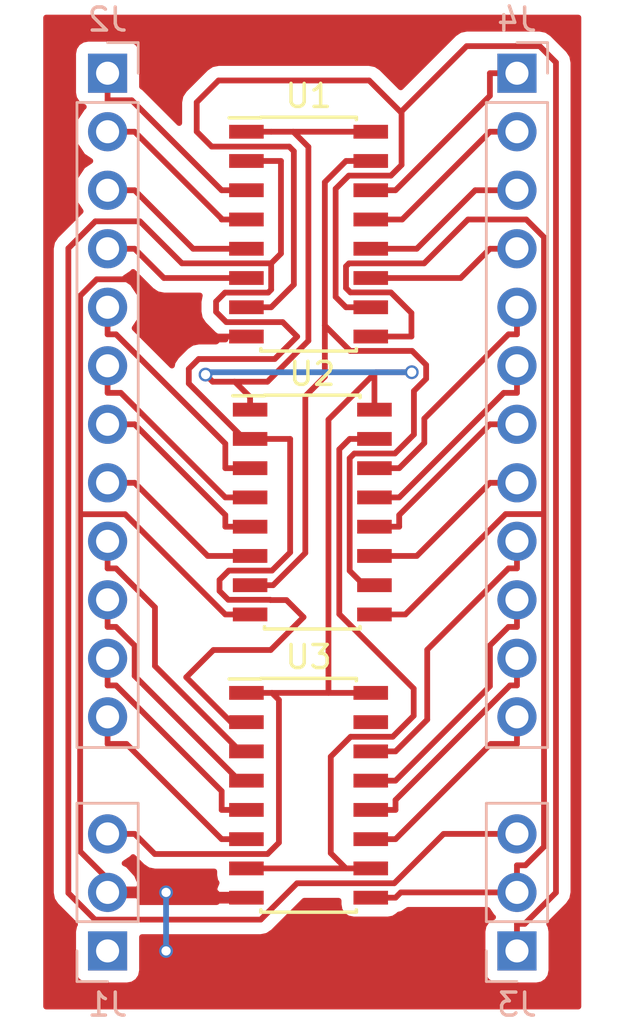
<source format=kicad_pcb>
(kicad_pcb (version 4) (host pcbnew 4.0.7)

  (general
    (links 45)
    (no_connects 0)
    (area 134.952381 70.355 162.22762 115.165)
    (thickness 1.6)
    (drawings 0)
    (tracks 284)
    (zones 0)
    (modules 7)
    (nets 34)
  )

  (page A4)
  (layers
    (0 F.Cu signal)
    (31 B.Cu signal)
    (32 B.Adhes user)
    (33 F.Adhes user)
    (34 B.Paste user)
    (35 F.Paste user)
    (36 B.SilkS user)
    (37 F.SilkS user)
    (38 B.Mask user)
    (39 F.Mask user)
    (40 Dwgs.User user)
    (41 Cmts.User user)
    (42 Eco1.User user)
    (43 Eco2.User user)
    (44 Edge.Cuts user)
    (45 Margin user)
    (46 B.CrtYd user)
    (47 F.CrtYd user)
    (48 B.Fab user)
    (49 F.Fab user)
  )

  (setup
    (last_trace_width 0.25)
    (trace_clearance 0.2)
    (zone_clearance 0.508)
    (zone_45_only no)
    (trace_min 0.2)
    (segment_width 0.2)
    (edge_width 0.15)
    (via_size 0.6)
    (via_drill 0.4)
    (via_min_size 0.4)
    (via_min_drill 0.3)
    (uvia_size 0.3)
    (uvia_drill 0.1)
    (uvias_allowed no)
    (uvia_min_size 0.2)
    (uvia_min_drill 0.1)
    (pcb_text_width 0.3)
    (pcb_text_size 1.5 1.5)
    (mod_edge_width 0.15)
    (mod_text_size 1 1)
    (mod_text_width 0.15)
    (pad_size 1.524 1.524)
    (pad_drill 0.762)
    (pad_to_mask_clearance 0.2)
    (aux_axis_origin 0 0)
    (visible_elements FFFFFF7F)
    (pcbplotparams
      (layerselection 0x00000_80000001)
      (usegerberextensions false)
      (excludeedgelayer true)
      (linewidth 0.100000)
      (plotframeref false)
      (viasonmask false)
      (mode 1)
      (useauxorigin false)
      (hpglpennumber 1)
      (hpglpenspeed 20)
      (hpglpendiameter 15)
      (hpglpenoverlay 2)
      (psnegative false)
      (psa4output false)
      (plotreference true)
      (plotvalue true)
      (plotinvisibletext false)
      (padsonsilk false)
      (subtractmaskfromsilk false)
      (outputformat 4)
      (mirror false)
      (drillshape 0)
      (scaleselection 1)
      (outputdirectory ""))
  )

  (net 0 "")
  (net 1 /Clock)
  (net 2 GND)
  (net 3 VCC)
  (net 4 "Net-(J2-Pad1)")
  (net 5 "Net-(J2-Pad2)")
  (net 6 "Net-(J2-Pad3)")
  (net 7 "Net-(J2-Pad4)")
  (net 8 "Net-(J2-Pad5)")
  (net 9 "Net-(J2-Pad6)")
  (net 10 "Net-(J2-Pad7)")
  (net 11 "Net-(J2-Pad8)")
  (net 12 "Net-(J2-Pad9)")
  (net 13 "Net-(J2-Pad10)")
  (net 14 "Net-(J2-Pad11)")
  (net 15 "Net-(J2-Pad12)")
  (net 16 /Count)
  (net 17 /PE)
  (net 18 "Net-(J4-Pad1)")
  (net 19 "Net-(J4-Pad2)")
  (net 20 "Net-(J4-Pad3)")
  (net 21 "Net-(J4-Pad4)")
  (net 22 "Net-(J4-Pad5)")
  (net 23 "Net-(J4-Pad6)")
  (net 24 "Net-(J4-Pad7)")
  (net 25 "Net-(J4-Pad8)")
  (net 26 "Net-(J4-Pad9)")
  (net 27 "Net-(J4-Pad10)")
  (net 28 "Net-(J4-Pad11)")
  (net 29 "Net-(J4-Pad12)")
  (net 30 /C0)
  (net 31 /C1)
  (net 32 "Net-(U3-Pad15)")
  (net 33 "Net-(J1-Pad1)")

  (net_class Default "This is the default net class."
    (clearance 0.2)
    (trace_width 0.25)
    (via_dia 0.6)
    (via_drill 0.4)
    (uvia_dia 0.3)
    (uvia_drill 0.1)
    (add_net /C0)
    (add_net /C1)
    (add_net /Clock)
    (add_net /Count)
    (add_net /PE)
    (add_net GND)
    (add_net "Net-(J1-Pad1)")
    (add_net "Net-(J2-Pad1)")
    (add_net "Net-(J2-Pad10)")
    (add_net "Net-(J2-Pad11)")
    (add_net "Net-(J2-Pad12)")
    (add_net "Net-(J2-Pad2)")
    (add_net "Net-(J2-Pad3)")
    (add_net "Net-(J2-Pad4)")
    (add_net "Net-(J2-Pad5)")
    (add_net "Net-(J2-Pad6)")
    (add_net "Net-(J2-Pad7)")
    (add_net "Net-(J2-Pad8)")
    (add_net "Net-(J2-Pad9)")
    (add_net "Net-(J4-Pad1)")
    (add_net "Net-(J4-Pad10)")
    (add_net "Net-(J4-Pad11)")
    (add_net "Net-(J4-Pad12)")
    (add_net "Net-(J4-Pad2)")
    (add_net "Net-(J4-Pad3)")
    (add_net "Net-(J4-Pad4)")
    (add_net "Net-(J4-Pad5)")
    (add_net "Net-(J4-Pad6)")
    (add_net "Net-(J4-Pad7)")
    (add_net "Net-(J4-Pad8)")
    (add_net "Net-(J4-Pad9)")
    (add_net "Net-(U3-Pad15)")
    (add_net VCC)
  )

  (module Pin_Headers:Pin_Header_Straight_1x03_Pitch2.54mm (layer B.Cu) (tedit 59650532) (tstamp 5AA1AE0D)
    (at 139.7 111.76)
    (descr "Through hole straight pin header, 1x03, 2.54mm pitch, single row")
    (tags "Through hole pin header THT 1x03 2.54mm single row")
    (path /5AA191ED)
    (fp_text reference J1 (at 0 2.33) (layer B.SilkS)
      (effects (font (size 1 1) (thickness 0.15)) (justify mirror))
    )
    (fp_text value Conn_01x03 (at 0 -7.41) (layer B.Fab)
      (effects (font (size 1 1) (thickness 0.15)) (justify mirror))
    )
    (fp_line (start -0.635 1.27) (end 1.27 1.27) (layer B.Fab) (width 0.1))
    (fp_line (start 1.27 1.27) (end 1.27 -6.35) (layer B.Fab) (width 0.1))
    (fp_line (start 1.27 -6.35) (end -1.27 -6.35) (layer B.Fab) (width 0.1))
    (fp_line (start -1.27 -6.35) (end -1.27 0.635) (layer B.Fab) (width 0.1))
    (fp_line (start -1.27 0.635) (end -0.635 1.27) (layer B.Fab) (width 0.1))
    (fp_line (start -1.33 -6.41) (end 1.33 -6.41) (layer B.SilkS) (width 0.12))
    (fp_line (start -1.33 -1.27) (end -1.33 -6.41) (layer B.SilkS) (width 0.12))
    (fp_line (start 1.33 -1.27) (end 1.33 -6.41) (layer B.SilkS) (width 0.12))
    (fp_line (start -1.33 -1.27) (end 1.33 -1.27) (layer B.SilkS) (width 0.12))
    (fp_line (start -1.33 0) (end -1.33 1.33) (layer B.SilkS) (width 0.12))
    (fp_line (start -1.33 1.33) (end 0 1.33) (layer B.SilkS) (width 0.12))
    (fp_line (start -1.8 1.8) (end -1.8 -6.85) (layer B.CrtYd) (width 0.05))
    (fp_line (start -1.8 -6.85) (end 1.8 -6.85) (layer B.CrtYd) (width 0.05))
    (fp_line (start 1.8 -6.85) (end 1.8 1.8) (layer B.CrtYd) (width 0.05))
    (fp_line (start 1.8 1.8) (end -1.8 1.8) (layer B.CrtYd) (width 0.05))
    (fp_text user %R (at 0 -2.54 270) (layer B.Fab)
      (effects (font (size 1 1) (thickness 0.15)) (justify mirror))
    )
    (pad 1 thru_hole rect (at 0 0) (size 1.7 1.7) (drill 1) (layers *.Cu *.Mask)
      (net 33 "Net-(J1-Pad1)"))
    (pad 2 thru_hole oval (at 0 -2.54) (size 1.7 1.7) (drill 1) (layers *.Cu *.Mask)
      (net 2 GND))
    (pad 3 thru_hole oval (at 0 -5.08) (size 1.7 1.7) (drill 1) (layers *.Cu *.Mask)
      (net 3 VCC))
    (model ${KISYS3DMOD}/Pin_Headers.3dshapes/Pin_Header_Straight_1x03_Pitch2.54mm.wrl
      (at (xyz 0 0 0))
      (scale (xyz 1 1 1))
      (rotate (xyz 0 0 0))
    )
  )

  (module Pin_Headers:Pin_Header_Straight_1x12_Pitch2.54mm (layer B.Cu) (tedit 59650532) (tstamp 5AA1AE1D)
    (at 139.7 73.66 180)
    (descr "Through hole straight pin header, 1x12, 2.54mm pitch, single row")
    (tags "Through hole pin header THT 1x12 2.54mm single row")
    (path /5AA16970)
    (fp_text reference J2 (at 0 2.33 180) (layer B.SilkS)
      (effects (font (size 1 1) (thickness 0.15)) (justify mirror))
    )
    (fp_text value Conn_01x12 (at 0 -30.27 180) (layer B.Fab)
      (effects (font (size 1 1) (thickness 0.15)) (justify mirror))
    )
    (fp_line (start -0.635 1.27) (end 1.27 1.27) (layer B.Fab) (width 0.1))
    (fp_line (start 1.27 1.27) (end 1.27 -29.21) (layer B.Fab) (width 0.1))
    (fp_line (start 1.27 -29.21) (end -1.27 -29.21) (layer B.Fab) (width 0.1))
    (fp_line (start -1.27 -29.21) (end -1.27 0.635) (layer B.Fab) (width 0.1))
    (fp_line (start -1.27 0.635) (end -0.635 1.27) (layer B.Fab) (width 0.1))
    (fp_line (start -1.33 -29.27) (end 1.33 -29.27) (layer B.SilkS) (width 0.12))
    (fp_line (start -1.33 -1.27) (end -1.33 -29.27) (layer B.SilkS) (width 0.12))
    (fp_line (start 1.33 -1.27) (end 1.33 -29.27) (layer B.SilkS) (width 0.12))
    (fp_line (start -1.33 -1.27) (end 1.33 -1.27) (layer B.SilkS) (width 0.12))
    (fp_line (start -1.33 0) (end -1.33 1.33) (layer B.SilkS) (width 0.12))
    (fp_line (start -1.33 1.33) (end 0 1.33) (layer B.SilkS) (width 0.12))
    (fp_line (start -1.8 1.8) (end -1.8 -29.75) (layer B.CrtYd) (width 0.05))
    (fp_line (start -1.8 -29.75) (end 1.8 -29.75) (layer B.CrtYd) (width 0.05))
    (fp_line (start 1.8 -29.75) (end 1.8 1.8) (layer B.CrtYd) (width 0.05))
    (fp_line (start 1.8 1.8) (end -1.8 1.8) (layer B.CrtYd) (width 0.05))
    (fp_text user %R (at 0 -13.97 450) (layer B.Fab)
      (effects (font (size 1 1) (thickness 0.15)) (justify mirror))
    )
    (pad 1 thru_hole rect (at 0 0 180) (size 1.7 1.7) (drill 1) (layers *.Cu *.Mask)
      (net 4 "Net-(J2-Pad1)"))
    (pad 2 thru_hole oval (at 0 -2.54 180) (size 1.7 1.7) (drill 1) (layers *.Cu *.Mask)
      (net 5 "Net-(J2-Pad2)"))
    (pad 3 thru_hole oval (at 0 -5.08 180) (size 1.7 1.7) (drill 1) (layers *.Cu *.Mask)
      (net 6 "Net-(J2-Pad3)"))
    (pad 4 thru_hole oval (at 0 -7.62 180) (size 1.7 1.7) (drill 1) (layers *.Cu *.Mask)
      (net 7 "Net-(J2-Pad4)"))
    (pad 5 thru_hole oval (at 0 -10.16 180) (size 1.7 1.7) (drill 1) (layers *.Cu *.Mask)
      (net 8 "Net-(J2-Pad5)"))
    (pad 6 thru_hole oval (at 0 -12.7 180) (size 1.7 1.7) (drill 1) (layers *.Cu *.Mask)
      (net 9 "Net-(J2-Pad6)"))
    (pad 7 thru_hole oval (at 0 -15.24 180) (size 1.7 1.7) (drill 1) (layers *.Cu *.Mask)
      (net 10 "Net-(J2-Pad7)"))
    (pad 8 thru_hole oval (at 0 -17.78 180) (size 1.7 1.7) (drill 1) (layers *.Cu *.Mask)
      (net 11 "Net-(J2-Pad8)"))
    (pad 9 thru_hole oval (at 0 -20.32 180) (size 1.7 1.7) (drill 1) (layers *.Cu *.Mask)
      (net 12 "Net-(J2-Pad9)"))
    (pad 10 thru_hole oval (at 0 -22.86 180) (size 1.7 1.7) (drill 1) (layers *.Cu *.Mask)
      (net 13 "Net-(J2-Pad10)"))
    (pad 11 thru_hole oval (at 0 -25.4 180) (size 1.7 1.7) (drill 1) (layers *.Cu *.Mask)
      (net 14 "Net-(J2-Pad11)"))
    (pad 12 thru_hole oval (at 0 -27.94 180) (size 1.7 1.7) (drill 1) (layers *.Cu *.Mask)
      (net 15 "Net-(J2-Pad12)"))
    (model ${KISYS3DMOD}/Pin_Headers.3dshapes/Pin_Header_Straight_1x12_Pitch2.54mm.wrl
      (at (xyz 0 0 0))
      (scale (xyz 1 1 1))
      (rotate (xyz 0 0 0))
    )
  )

  (module Pin_Headers:Pin_Header_Straight_1x03_Pitch2.54mm (layer B.Cu) (tedit 59650532) (tstamp 5AA1AE24)
    (at 157.48 111.76)
    (descr "Through hole straight pin header, 1x03, 2.54mm pitch, single row")
    (tags "Through hole pin header THT 1x03 2.54mm single row")
    (path /5AA19165)
    (fp_text reference J3 (at 0 2.33) (layer B.SilkS)
      (effects (font (size 1 1) (thickness 0.15)) (justify mirror))
    )
    (fp_text value Conn_01x03 (at 0 -7.41) (layer B.Fab)
      (effects (font (size 1 1) (thickness 0.15)) (justify mirror))
    )
    (fp_line (start -0.635 1.27) (end 1.27 1.27) (layer B.Fab) (width 0.1))
    (fp_line (start 1.27 1.27) (end 1.27 -6.35) (layer B.Fab) (width 0.1))
    (fp_line (start 1.27 -6.35) (end -1.27 -6.35) (layer B.Fab) (width 0.1))
    (fp_line (start -1.27 -6.35) (end -1.27 0.635) (layer B.Fab) (width 0.1))
    (fp_line (start -1.27 0.635) (end -0.635 1.27) (layer B.Fab) (width 0.1))
    (fp_line (start -1.33 -6.41) (end 1.33 -6.41) (layer B.SilkS) (width 0.12))
    (fp_line (start -1.33 -1.27) (end -1.33 -6.41) (layer B.SilkS) (width 0.12))
    (fp_line (start 1.33 -1.27) (end 1.33 -6.41) (layer B.SilkS) (width 0.12))
    (fp_line (start -1.33 -1.27) (end 1.33 -1.27) (layer B.SilkS) (width 0.12))
    (fp_line (start -1.33 0) (end -1.33 1.33) (layer B.SilkS) (width 0.12))
    (fp_line (start -1.33 1.33) (end 0 1.33) (layer B.SilkS) (width 0.12))
    (fp_line (start -1.8 1.8) (end -1.8 -6.85) (layer B.CrtYd) (width 0.05))
    (fp_line (start -1.8 -6.85) (end 1.8 -6.85) (layer B.CrtYd) (width 0.05))
    (fp_line (start 1.8 -6.85) (end 1.8 1.8) (layer B.CrtYd) (width 0.05))
    (fp_line (start 1.8 1.8) (end -1.8 1.8) (layer B.CrtYd) (width 0.05))
    (fp_text user %R (at 0 -2.54 270) (layer B.Fab)
      (effects (font (size 1 1) (thickness 0.15)) (justify mirror))
    )
    (pad 1 thru_hole rect (at 0 0) (size 1.7 1.7) (drill 1) (layers *.Cu *.Mask)
      (net 16 /Count))
    (pad 2 thru_hole oval (at 0 -2.54) (size 1.7 1.7) (drill 1) (layers *.Cu *.Mask)
      (net 17 /PE))
    (pad 3 thru_hole oval (at 0 -5.08) (size 1.7 1.7) (drill 1) (layers *.Cu *.Mask)
      (net 1 /Clock))
    (model ${KISYS3DMOD}/Pin_Headers.3dshapes/Pin_Header_Straight_1x03_Pitch2.54mm.wrl
      (at (xyz 0 0 0))
      (scale (xyz 1 1 1))
      (rotate (xyz 0 0 0))
    )
  )

  (module Pin_Headers:Pin_Header_Straight_1x12_Pitch2.54mm (layer B.Cu) (tedit 59650532) (tstamp 5AA1AE34)
    (at 157.48 73.66 180)
    (descr "Through hole straight pin header, 1x12, 2.54mm pitch, single row")
    (tags "Through hole pin header THT 1x12 2.54mm single row")
    (path /5AA169ED)
    (fp_text reference J4 (at 0 2.33 180) (layer B.SilkS)
      (effects (font (size 1 1) (thickness 0.15)) (justify mirror))
    )
    (fp_text value Conn_01x12 (at 0 -30.27 180) (layer B.Fab)
      (effects (font (size 1 1) (thickness 0.15)) (justify mirror))
    )
    (fp_line (start -0.635 1.27) (end 1.27 1.27) (layer B.Fab) (width 0.1))
    (fp_line (start 1.27 1.27) (end 1.27 -29.21) (layer B.Fab) (width 0.1))
    (fp_line (start 1.27 -29.21) (end -1.27 -29.21) (layer B.Fab) (width 0.1))
    (fp_line (start -1.27 -29.21) (end -1.27 0.635) (layer B.Fab) (width 0.1))
    (fp_line (start -1.27 0.635) (end -0.635 1.27) (layer B.Fab) (width 0.1))
    (fp_line (start -1.33 -29.27) (end 1.33 -29.27) (layer B.SilkS) (width 0.12))
    (fp_line (start -1.33 -1.27) (end -1.33 -29.27) (layer B.SilkS) (width 0.12))
    (fp_line (start 1.33 -1.27) (end 1.33 -29.27) (layer B.SilkS) (width 0.12))
    (fp_line (start -1.33 -1.27) (end 1.33 -1.27) (layer B.SilkS) (width 0.12))
    (fp_line (start -1.33 0) (end -1.33 1.33) (layer B.SilkS) (width 0.12))
    (fp_line (start -1.33 1.33) (end 0 1.33) (layer B.SilkS) (width 0.12))
    (fp_line (start -1.8 1.8) (end -1.8 -29.75) (layer B.CrtYd) (width 0.05))
    (fp_line (start -1.8 -29.75) (end 1.8 -29.75) (layer B.CrtYd) (width 0.05))
    (fp_line (start 1.8 -29.75) (end 1.8 1.8) (layer B.CrtYd) (width 0.05))
    (fp_line (start 1.8 1.8) (end -1.8 1.8) (layer B.CrtYd) (width 0.05))
    (fp_text user %R (at 0 -13.97 450) (layer B.Fab)
      (effects (font (size 1 1) (thickness 0.15)) (justify mirror))
    )
    (pad 1 thru_hole rect (at 0 0 180) (size 1.7 1.7) (drill 1) (layers *.Cu *.Mask)
      (net 18 "Net-(J4-Pad1)"))
    (pad 2 thru_hole oval (at 0 -2.54 180) (size 1.7 1.7) (drill 1) (layers *.Cu *.Mask)
      (net 19 "Net-(J4-Pad2)"))
    (pad 3 thru_hole oval (at 0 -5.08 180) (size 1.7 1.7) (drill 1) (layers *.Cu *.Mask)
      (net 20 "Net-(J4-Pad3)"))
    (pad 4 thru_hole oval (at 0 -7.62 180) (size 1.7 1.7) (drill 1) (layers *.Cu *.Mask)
      (net 21 "Net-(J4-Pad4)"))
    (pad 5 thru_hole oval (at 0 -10.16 180) (size 1.7 1.7) (drill 1) (layers *.Cu *.Mask)
      (net 22 "Net-(J4-Pad5)"))
    (pad 6 thru_hole oval (at 0 -12.7 180) (size 1.7 1.7) (drill 1) (layers *.Cu *.Mask)
      (net 23 "Net-(J4-Pad6)"))
    (pad 7 thru_hole oval (at 0 -15.24 180) (size 1.7 1.7) (drill 1) (layers *.Cu *.Mask)
      (net 24 "Net-(J4-Pad7)"))
    (pad 8 thru_hole oval (at 0 -17.78 180) (size 1.7 1.7) (drill 1) (layers *.Cu *.Mask)
      (net 25 "Net-(J4-Pad8)"))
    (pad 9 thru_hole oval (at 0 -20.32 180) (size 1.7 1.7) (drill 1) (layers *.Cu *.Mask)
      (net 26 "Net-(J4-Pad9)"))
    (pad 10 thru_hole oval (at 0 -22.86 180) (size 1.7 1.7) (drill 1) (layers *.Cu *.Mask)
      (net 27 "Net-(J4-Pad10)"))
    (pad 11 thru_hole oval (at 0 -25.4 180) (size 1.7 1.7) (drill 1) (layers *.Cu *.Mask)
      (net 28 "Net-(J4-Pad11)"))
    (pad 12 thru_hole oval (at 0 -27.94 180) (size 1.7 1.7) (drill 1) (layers *.Cu *.Mask)
      (net 29 "Net-(J4-Pad12)"))
    (model ${KISYS3DMOD}/Pin_Headers.3dshapes/Pin_Header_Straight_1x12_Pitch2.54mm.wrl
      (at (xyz 0 0 0))
      (scale (xyz 1 1 1))
      (rotate (xyz 0 0 0))
    )
  )

  (module Housings_SOIC:SOIC-16_3.9x9.9mm_Pitch1.27mm (layer F.Cu) (tedit 58CC8F64) (tstamp 5AA1AE48)
    (at 148.43 80.645)
    (descr "16-Lead Plastic Small Outline (SL) - Narrow, 3.90 mm Body [SOIC] (see Microchip Packaging Specification 00000049BS.pdf)")
    (tags "SOIC 1.27")
    (path /5AA16657)
    (attr smd)
    (fp_text reference U1 (at 0 -6) (layer F.SilkS)
      (effects (font (size 1 1) (thickness 0.15)))
    )
    (fp_text value 74LS161 (at 0 6) (layer F.Fab)
      (effects (font (size 1 1) (thickness 0.15)))
    )
    (fp_text user %R (at 0 0) (layer F.Fab)
      (effects (font (size 0.9 0.9) (thickness 0.135)))
    )
    (fp_line (start -0.95 -4.95) (end 1.95 -4.95) (layer F.Fab) (width 0.15))
    (fp_line (start 1.95 -4.95) (end 1.95 4.95) (layer F.Fab) (width 0.15))
    (fp_line (start 1.95 4.95) (end -1.95 4.95) (layer F.Fab) (width 0.15))
    (fp_line (start -1.95 4.95) (end -1.95 -3.95) (layer F.Fab) (width 0.15))
    (fp_line (start -1.95 -3.95) (end -0.95 -4.95) (layer F.Fab) (width 0.15))
    (fp_line (start -3.7 -5.25) (end -3.7 5.25) (layer F.CrtYd) (width 0.05))
    (fp_line (start 3.7 -5.25) (end 3.7 5.25) (layer F.CrtYd) (width 0.05))
    (fp_line (start -3.7 -5.25) (end 3.7 -5.25) (layer F.CrtYd) (width 0.05))
    (fp_line (start -3.7 5.25) (end 3.7 5.25) (layer F.CrtYd) (width 0.05))
    (fp_line (start -2.075 -5.075) (end -2.075 -5.05) (layer F.SilkS) (width 0.15))
    (fp_line (start 2.075 -5.075) (end 2.075 -4.97) (layer F.SilkS) (width 0.15))
    (fp_line (start 2.075 5.075) (end 2.075 4.97) (layer F.SilkS) (width 0.15))
    (fp_line (start -2.075 5.075) (end -2.075 4.97) (layer F.SilkS) (width 0.15))
    (fp_line (start -2.075 -5.075) (end 2.075 -5.075) (layer F.SilkS) (width 0.15))
    (fp_line (start -2.075 5.075) (end 2.075 5.075) (layer F.SilkS) (width 0.15))
    (fp_line (start -2.075 -5.05) (end -3.45 -5.05) (layer F.SilkS) (width 0.15))
    (pad 1 smd rect (at -2.7 -4.445) (size 1.5 0.6) (layers F.Cu F.Paste F.Mask)
      (net 3 VCC))
    (pad 2 smd rect (at -2.7 -3.175) (size 1.5 0.6) (layers F.Cu F.Paste F.Mask)
      (net 1 /Clock))
    (pad 3 smd rect (at -2.7 -1.905) (size 1.5 0.6) (layers F.Cu F.Paste F.Mask)
      (net 4 "Net-(J2-Pad1)"))
    (pad 4 smd rect (at -2.7 -0.635) (size 1.5 0.6) (layers F.Cu F.Paste F.Mask)
      (net 5 "Net-(J2-Pad2)"))
    (pad 5 smd rect (at -2.7 0.635) (size 1.5 0.6) (layers F.Cu F.Paste F.Mask)
      (net 6 "Net-(J2-Pad3)"))
    (pad 6 smd rect (at -2.7 1.905) (size 1.5 0.6) (layers F.Cu F.Paste F.Mask)
      (net 7 "Net-(J2-Pad4)"))
    (pad 7 smd rect (at -2.7 3.175) (size 1.5 0.6) (layers F.Cu F.Paste F.Mask)
      (net 16 /Count))
    (pad 8 smd rect (at -2.7 4.445) (size 1.5 0.6) (layers F.Cu F.Paste F.Mask)
      (net 2 GND))
    (pad 9 smd rect (at 2.7 4.445) (size 1.5 0.6) (layers F.Cu F.Paste F.Mask)
      (net 17 /PE))
    (pad 10 smd rect (at 2.7 3.175) (size 1.5 0.6) (layers F.Cu F.Paste F.Mask)
      (net 16 /Count))
    (pad 11 smd rect (at 2.7 1.905) (size 1.5 0.6) (layers F.Cu F.Paste F.Mask)
      (net 21 "Net-(J4-Pad4)"))
    (pad 12 smd rect (at 2.7 0.635) (size 1.5 0.6) (layers F.Cu F.Paste F.Mask)
      (net 20 "Net-(J4-Pad3)"))
    (pad 13 smd rect (at 2.7 -0.635) (size 1.5 0.6) (layers F.Cu F.Paste F.Mask)
      (net 19 "Net-(J4-Pad2)"))
    (pad 14 smd rect (at 2.7 -1.905) (size 1.5 0.6) (layers F.Cu F.Paste F.Mask)
      (net 18 "Net-(J4-Pad1)"))
    (pad 15 smd rect (at 2.7 -3.175) (size 1.5 0.6) (layers F.Cu F.Paste F.Mask)
      (net 30 /C0))
    (pad 16 smd rect (at 2.7 -4.445) (size 1.5 0.6) (layers F.Cu F.Paste F.Mask)
      (net 3 VCC))
    (model ${KISYS3DMOD}/Housings_SOIC.3dshapes/SOIC-16_3.9x9.9mm_Pitch1.27mm.wrl
      (at (xyz 0 0 0))
      (scale (xyz 1 1 1))
      (rotate (xyz 0 0 0))
    )
  )

  (module Housings_SOIC:SOIC-16_3.9x9.9mm_Pitch1.27mm (layer F.Cu) (tedit 58CC8F64) (tstamp 5AA1AE5C)
    (at 148.59 92.71)
    (descr "16-Lead Plastic Small Outline (SL) - Narrow, 3.90 mm Body [SOIC] (see Microchip Packaging Specification 00000049BS.pdf)")
    (tags "SOIC 1.27")
    (path /5AA166E3)
    (attr smd)
    (fp_text reference U2 (at 0 -6) (layer F.SilkS)
      (effects (font (size 1 1) (thickness 0.15)))
    )
    (fp_text value 74LS161 (at 0 6) (layer F.Fab)
      (effects (font (size 1 1) (thickness 0.15)))
    )
    (fp_text user %R (at 0 0) (layer F.Fab)
      (effects (font (size 0.9 0.9) (thickness 0.135)))
    )
    (fp_line (start -0.95 -4.95) (end 1.95 -4.95) (layer F.Fab) (width 0.15))
    (fp_line (start 1.95 -4.95) (end 1.95 4.95) (layer F.Fab) (width 0.15))
    (fp_line (start 1.95 4.95) (end -1.95 4.95) (layer F.Fab) (width 0.15))
    (fp_line (start -1.95 4.95) (end -1.95 -3.95) (layer F.Fab) (width 0.15))
    (fp_line (start -1.95 -3.95) (end -0.95 -4.95) (layer F.Fab) (width 0.15))
    (fp_line (start -3.7 -5.25) (end -3.7 5.25) (layer F.CrtYd) (width 0.05))
    (fp_line (start 3.7 -5.25) (end 3.7 5.25) (layer F.CrtYd) (width 0.05))
    (fp_line (start -3.7 -5.25) (end 3.7 -5.25) (layer F.CrtYd) (width 0.05))
    (fp_line (start -3.7 5.25) (end 3.7 5.25) (layer F.CrtYd) (width 0.05))
    (fp_line (start -2.075 -5.075) (end -2.075 -5.05) (layer F.SilkS) (width 0.15))
    (fp_line (start 2.075 -5.075) (end 2.075 -4.97) (layer F.SilkS) (width 0.15))
    (fp_line (start 2.075 5.075) (end 2.075 4.97) (layer F.SilkS) (width 0.15))
    (fp_line (start -2.075 5.075) (end -2.075 4.97) (layer F.SilkS) (width 0.15))
    (fp_line (start -2.075 -5.075) (end 2.075 -5.075) (layer F.SilkS) (width 0.15))
    (fp_line (start -2.075 5.075) (end 2.075 5.075) (layer F.SilkS) (width 0.15))
    (fp_line (start -2.075 -5.05) (end -3.45 -5.05) (layer F.SilkS) (width 0.15))
    (pad 1 smd rect (at -2.7 -4.445) (size 1.5 0.6) (layers F.Cu F.Paste F.Mask)
      (net 3 VCC))
    (pad 2 smd rect (at -2.7 -3.175) (size 1.5 0.6) (layers F.Cu F.Paste F.Mask)
      (net 1 /Clock))
    (pad 3 smd rect (at -2.7 -1.905) (size 1.5 0.6) (layers F.Cu F.Paste F.Mask)
      (net 8 "Net-(J2-Pad5)"))
    (pad 4 smd rect (at -2.7 -0.635) (size 1.5 0.6) (layers F.Cu F.Paste F.Mask)
      (net 9 "Net-(J2-Pad6)"))
    (pad 5 smd rect (at -2.7 0.635) (size 1.5 0.6) (layers F.Cu F.Paste F.Mask)
      (net 10 "Net-(J2-Pad7)"))
    (pad 6 smd rect (at -2.7 1.905) (size 1.5 0.6) (layers F.Cu F.Paste F.Mask)
      (net 11 "Net-(J2-Pad8)"))
    (pad 7 smd rect (at -2.7 3.175) (size 1.5 0.6) (layers F.Cu F.Paste F.Mask)
      (net 30 /C0))
    (pad 8 smd rect (at -2.7 4.445) (size 1.5 0.6) (layers F.Cu F.Paste F.Mask)
      (net 2 GND))
    (pad 9 smd rect (at 2.7 4.445) (size 1.5 0.6) (layers F.Cu F.Paste F.Mask)
      (net 17 /PE))
    (pad 10 smd rect (at 2.7 3.175) (size 1.5 0.6) (layers F.Cu F.Paste F.Mask)
      (net 30 /C0))
    (pad 11 smd rect (at 2.7 1.905) (size 1.5 0.6) (layers F.Cu F.Paste F.Mask)
      (net 25 "Net-(J4-Pad8)"))
    (pad 12 smd rect (at 2.7 0.635) (size 1.5 0.6) (layers F.Cu F.Paste F.Mask)
      (net 24 "Net-(J4-Pad7)"))
    (pad 13 smd rect (at 2.7 -0.635) (size 1.5 0.6) (layers F.Cu F.Paste F.Mask)
      (net 23 "Net-(J4-Pad6)"))
    (pad 14 smd rect (at 2.7 -1.905) (size 1.5 0.6) (layers F.Cu F.Paste F.Mask)
      (net 22 "Net-(J4-Pad5)"))
    (pad 15 smd rect (at 2.7 -3.175) (size 1.5 0.6) (layers F.Cu F.Paste F.Mask)
      (net 31 /C1))
    (pad 16 smd rect (at 2.7 -4.445) (size 1.5 0.6) (layers F.Cu F.Paste F.Mask)
      (net 3 VCC))
    (model ${KISYS3DMOD}/Housings_SOIC.3dshapes/SOIC-16_3.9x9.9mm_Pitch1.27mm.wrl
      (at (xyz 0 0 0))
      (scale (xyz 1 1 1))
      (rotate (xyz 0 0 0))
    )
  )

  (module Housings_SOIC:SOIC-16_3.9x9.9mm_Pitch1.27mm (layer F.Cu) (tedit 58CC8F64) (tstamp 5AA1AE70)
    (at 148.43 105.004)
    (descr "16-Lead Plastic Small Outline (SL) - Narrow, 3.90 mm Body [SOIC] (see Microchip Packaging Specification 00000049BS.pdf)")
    (tags "SOIC 1.27")
    (path /5AA1679F)
    (attr smd)
    (fp_text reference U3 (at 0 -6) (layer F.SilkS)
      (effects (font (size 1 1) (thickness 0.15)))
    )
    (fp_text value 74LS161 (at 0 6) (layer F.Fab)
      (effects (font (size 1 1) (thickness 0.15)))
    )
    (fp_text user %R (at 0 0) (layer F.Fab)
      (effects (font (size 0.9 0.9) (thickness 0.135)))
    )
    (fp_line (start -0.95 -4.95) (end 1.95 -4.95) (layer F.Fab) (width 0.15))
    (fp_line (start 1.95 -4.95) (end 1.95 4.95) (layer F.Fab) (width 0.15))
    (fp_line (start 1.95 4.95) (end -1.95 4.95) (layer F.Fab) (width 0.15))
    (fp_line (start -1.95 4.95) (end -1.95 -3.95) (layer F.Fab) (width 0.15))
    (fp_line (start -1.95 -3.95) (end -0.95 -4.95) (layer F.Fab) (width 0.15))
    (fp_line (start -3.7 -5.25) (end -3.7 5.25) (layer F.CrtYd) (width 0.05))
    (fp_line (start 3.7 -5.25) (end 3.7 5.25) (layer F.CrtYd) (width 0.05))
    (fp_line (start -3.7 -5.25) (end 3.7 -5.25) (layer F.CrtYd) (width 0.05))
    (fp_line (start -3.7 5.25) (end 3.7 5.25) (layer F.CrtYd) (width 0.05))
    (fp_line (start -2.075 -5.075) (end -2.075 -5.05) (layer F.SilkS) (width 0.15))
    (fp_line (start 2.075 -5.075) (end 2.075 -4.97) (layer F.SilkS) (width 0.15))
    (fp_line (start 2.075 5.075) (end 2.075 4.97) (layer F.SilkS) (width 0.15))
    (fp_line (start -2.075 5.075) (end -2.075 4.97) (layer F.SilkS) (width 0.15))
    (fp_line (start -2.075 -5.075) (end 2.075 -5.075) (layer F.SilkS) (width 0.15))
    (fp_line (start -2.075 5.075) (end 2.075 5.075) (layer F.SilkS) (width 0.15))
    (fp_line (start -2.075 -5.05) (end -3.45 -5.05) (layer F.SilkS) (width 0.15))
    (pad 1 smd rect (at -2.7 -4.445) (size 1.5 0.6) (layers F.Cu F.Paste F.Mask)
      (net 3 VCC))
    (pad 2 smd rect (at -2.7 -3.175) (size 1.5 0.6) (layers F.Cu F.Paste F.Mask)
      (net 1 /Clock))
    (pad 3 smd rect (at -2.7 -1.905) (size 1.5 0.6) (layers F.Cu F.Paste F.Mask)
      (net 12 "Net-(J2-Pad9)"))
    (pad 4 smd rect (at -2.7 -0.635) (size 1.5 0.6) (layers F.Cu F.Paste F.Mask)
      (net 13 "Net-(J2-Pad10)"))
    (pad 5 smd rect (at -2.7 0.635) (size 1.5 0.6) (layers F.Cu F.Paste F.Mask)
      (net 14 "Net-(J2-Pad11)"))
    (pad 6 smd rect (at -2.7 1.905) (size 1.5 0.6) (layers F.Cu F.Paste F.Mask)
      (net 15 "Net-(J2-Pad12)"))
    (pad 7 smd rect (at -2.7 3.175) (size 1.5 0.6) (layers F.Cu F.Paste F.Mask)
      (net 31 /C1))
    (pad 8 smd rect (at -2.7 4.445) (size 1.5 0.6) (layers F.Cu F.Paste F.Mask)
      (net 2 GND))
    (pad 9 smd rect (at 2.7 4.445) (size 1.5 0.6) (layers F.Cu F.Paste F.Mask)
      (net 17 /PE))
    (pad 10 smd rect (at 2.7 3.175) (size 1.5 0.6) (layers F.Cu F.Paste F.Mask)
      (net 31 /C1))
    (pad 11 smd rect (at 2.7 1.905) (size 1.5 0.6) (layers F.Cu F.Paste F.Mask)
      (net 29 "Net-(J4-Pad12)"))
    (pad 12 smd rect (at 2.7 0.635) (size 1.5 0.6) (layers F.Cu F.Paste F.Mask)
      (net 28 "Net-(J4-Pad11)"))
    (pad 13 smd rect (at 2.7 -0.635) (size 1.5 0.6) (layers F.Cu F.Paste F.Mask)
      (net 27 "Net-(J4-Pad10)"))
    (pad 14 smd rect (at 2.7 -1.905) (size 1.5 0.6) (layers F.Cu F.Paste F.Mask)
      (net 26 "Net-(J4-Pad9)"))
    (pad 15 smd rect (at 2.7 -3.175) (size 1.5 0.6) (layers F.Cu F.Paste F.Mask)
      (net 32 "Net-(U3-Pad15)"))
    (pad 16 smd rect (at 2.7 -4.445) (size 1.5 0.6) (layers F.Cu F.Paste F.Mask)
      (net 3 VCC))
    (model ${KISYS3DMOD}/Housings_SOIC.3dshapes/SOIC-16_3.9x9.9mm_Pitch1.27mm.wrl
      (at (xyz 0 0 0))
      (scale (xyz 1 1 1))
      (rotate (xyz 0 0 0))
    )
  )

  (segment (start 144.411752 83.570948) (end 144.7997 83.183) (width 0.25) (layer F.Cu) (net 1))
  (segment (start 147.933672 85.092096) (end 147.306176 84.4646) (width 0.25) (layer F.Cu) (net 1))
  (segment (start 146.8053 83.054) (end 146.8053 81.9131) (width 0.25) (layer F.Cu) (net 1))
  (segment (start 144.7997 83.183) (end 146.6763 83.183) (width 0.25) (layer F.Cu) (net 1))
  (segment (start 143.227324 87.128539) (end 143.227324 86.494224) (width 0.25) (layer F.Cu) (net 1))
  (segment (start 146.959482 86.066286) (end 147.933672 85.092096) (width 0.25) (layer F.Cu) (net 1))
  (segment (start 144.8564 84.4646) (end 144.411752 84.019952) (width 0.25) (layer F.Cu) (net 1))
  (segment (start 147.306176 84.4646) (end 144.8564 84.4646) (width 0.25) (layer F.Cu) (net 1))
  (segment (start 145.89 89.535) (end 145.633785 89.535) (width 0.25) (layer F.Cu) (net 1))
  (segment (start 143.227324 86.494224) (end 143.655262 86.066286) (width 0.25) (layer F.Cu) (net 1))
  (segment (start 143.655262 86.066286) (end 146.959482 86.066286) (width 0.25) (layer F.Cu) (net 1))
  (segment (start 144.411752 84.019952) (end 144.411752 83.570948) (width 0.25) (layer F.Cu) (net 1))
  (segment (start 146.6763 83.183) (end 146.8053 83.054) (width 0.25) (layer F.Cu) (net 1))
  (segment (start 145.633785 89.535) (end 143.227324 87.128539) (width 0.25) (layer F.Cu) (net 1))
  (segment (start 145.73 101.829) (end 145.06503 101.829) (width 0.25) (layer F.Cu) (net 1))
  (segment (start 146.775099 96.529999) (end 146.7631 96.518) (width 0.25) (layer F.Cu) (net 1))
  (segment (start 146.7631 96.518) (end 144.9437 96.518) (width 0.25) (layer F.Cu) (net 1))
  (segment (start 147.6289 89.535) (end 145.89 89.535) (width 0.25) (layer F.Cu) (net 1))
  (segment (start 145.06503 101.829) (end 143.115742 99.879711) (width 0.25) (layer F.Cu) (net 1))
  (segment (start 144.298002 98.697451) (end 146.784404 98.697451) (width 0.25) (layer F.Cu) (net 1))
  (segment (start 143.115742 99.879711) (end 144.298002 98.697451) (width 0.25) (layer F.Cu) (net 1))
  (segment (start 146.784404 98.697451) (end 148.210428 97.271426) (width 0.25) (layer F.Cu) (net 1))
  (segment (start 147.6289 94.4614) (end 147.6289 89.535) (width 0.25) (layer F.Cu) (net 1))
  (segment (start 148.210428 97.271426) (end 147.469001 96.529999) (width 0.25) (layer F.Cu) (net 1))
  (segment (start 147.469001 96.529999) (end 146.775099 96.529999) (width 0.25) (layer F.Cu) (net 1))
  (segment (start 144.9437 96.518) (end 144.561621 96.135921) (width 0.25) (layer F.Cu) (net 1))
  (segment (start 144.561621 96.135921) (end 144.561621 95.653779) (width 0.25) (layer F.Cu) (net 1))
  (segment (start 144.561621 95.653779) (end 144.9654 95.25) (width 0.25) (layer F.Cu) (net 1))
  (segment (start 144.9654 95.25) (end 146.8403 95.25) (width 0.25) (layer F.Cu) (net 1))
  (segment (start 146.8403 95.25) (end 147.6289 94.4614) (width 0.25) (layer F.Cu) (net 1))
  (segment (start 147.230097 77.47) (end 145.73 77.47) (width 0.25) (layer F.Cu) (net 1))
  (segment (start 147.230097 81.488303) (end 147.230097 77.47) (width 0.25) (layer F.Cu) (net 1))
  (segment (start 146.8053 81.9131) (end 147.230097 81.488303) (width 0.25) (layer F.Cu) (net 1))
  (segment (start 142.9288 81.9131) (end 146.8053 81.9131) (width 0.25) (layer F.Cu) (net 1))
  (segment (start 141.1053 80.0896) (end 142.9288 81.9131) (width 0.25) (layer F.Cu) (net 1))
  (segment (start 139.1677 80.0896) (end 141.1053 80.0896) (width 0.25) (layer F.Cu) (net 1))
  (segment (start 137.9965 81.2608) (end 139.1677 80.0896) (width 0.25) (layer F.Cu) (net 1))
  (segment (start 137.9965 109.2465) (end 137.9965 81.2608) (width 0.25) (layer F.Cu) (net 1))
  (segment (start 139.1511 110.4011) (end 137.9965 109.2465) (width 0.25) (layer F.Cu) (net 1))
  (segment (start 146.3505 110.4011) (end 139.1511 110.4011) (width 0.25) (layer F.Cu) (net 1))
  (segment (start 147.9279 108.8237) (end 146.3505 110.4011) (width 0.25) (layer F.Cu) (net 1))
  (segment (start 152.1513 108.8237) (end 147.9279 108.8237) (width 0.25) (layer F.Cu) (net 1))
  (segment (start 154.295 106.68) (end 152.1513 108.8237) (width 0.25) (layer F.Cu) (net 1))
  (segment (start 157.48 106.68) (end 154.295 106.68) (width 0.25) (layer F.Cu) (net 1))
  (segment (start 143.51 111.76) (end 144.78 113.03) (width 0.25) (layer F.Cu) (net 2))
  (segment (start 142.24 111.76) (end 143.51 111.76) (width 0.25) (layer F.Cu) (net 2))
  (segment (start 142.24 109.22) (end 142.24 111.76) (width 0.25) (layer B.Cu) (net 2))
  (via (at 142.24 111.76) (size 0.6) (drill 0.4) (layers F.Cu B.Cu) (net 2))
  (segment (start 143.51 109.449) (end 141.1043 109.449) (width 0.25) (layer F.Cu) (net 2))
  (segment (start 145.73 109.449) (end 143.51 109.449) (width 0.25) (layer F.Cu) (net 2))
  (segment (start 143.51 109.449) (end 142.469 109.449) (width 0.25) (layer F.Cu) (net 2))
  (segment (start 142.469 109.449) (end 142.24 109.22) (width 0.25) (layer F.Cu) (net 2))
  (via (at 142.24 109.22) (size 0.6) (drill 0.4) (layers F.Cu B.Cu) (net 2))
  (segment (start 141.1043 109.449) (end 140.8753 109.22) (width 0.25) (layer F.Cu) (net 2))
  (segment (start 140.2877 109.22) (end 140.8753 109.22) (width 0.25) (layer F.Cu) (net 2))
  (segment (start 143.3592 85.09) (end 145.73 85.09) (width 0.25) (layer F.Cu) (net 2))
  (segment (start 138.5086 83.3249) (end 139.2272 82.6063) (width 0.25) (layer F.Cu) (net 2))
  (segment (start 138.5086 92.804) (end 138.5086 83.3249) (width 0.25) (layer F.Cu) (net 2))
  (segment (start 140.8755 82.6063) (end 143.3592 85.09) (width 0.25) (layer F.Cu) (net 2))
  (segment (start 139.2272 82.6063) (end 140.8755 82.6063) (width 0.25) (layer F.Cu) (net 2))
  (segment (start 145.89 97.155) (end 144.8147 97.155) (width 0.25) (layer F.Cu) (net 2))
  (segment (start 139.7 109.22) (end 140.2877 109.22) (width 0.25) (layer F.Cu) (net 2))
  (segment (start 140.4637 92.804) (end 138.5086 92.804) (width 0.25) (layer F.Cu) (net 2))
  (segment (start 144.8147 97.155) (end 140.4637 92.804) (width 0.25) (layer F.Cu) (net 2))
  (segment (start 138.5086 107.4409) (end 140.2877 109.22) (width 0.25) (layer F.Cu) (net 2))
  (segment (start 138.5086 92.804) (end 138.5086 107.4409) (width 0.25) (layer F.Cu) (net 2))
  (segment (start 144.255261 87.042756) (end 143.955262 86.742757) (width 0.25) (layer F.Cu) (net 3))
  (segment (start 144.264074 87.051569) (end 144.255261 87.042756) (width 0.25) (layer F.Cu) (net 3))
  (segment (start 145.203026 87.051569) (end 144.264074 87.051569) (width 0.25) (layer F.Cu) (net 3))
  (segment (start 152.910821 86.639819) (end 144.0582 86.639819) (width 0.25) (layer B.Cu) (net 3))
  (segment (start 144.0582 86.639819) (end 143.955262 86.742757) (width 0.25) (layer B.Cu) (net 3))
  (via (at 143.955262 86.742757) (size 0.6) (drill 0.4) (layers F.Cu B.Cu) (net 3))
  (segment (start 145.89 88.265) (end 145.89 87.715) (width 0.25) (layer F.Cu) (net 3))
  (segment (start 148.421948 76.857748) (end 148.421948 85.273771) (width 0.25) (layer F.Cu) (net 3))
  (segment (start 145.226569 87.051569) (end 145.203026 87.051569) (width 0.25) (layer F.Cu) (net 3))
  (segment (start 148.421948 85.273771) (end 146.64415 87.051569) (width 0.25) (layer F.Cu) (net 3))
  (segment (start 147.7642 76.2) (end 148.421948 76.857748) (width 0.25) (layer F.Cu) (net 3))
  (segment (start 146.64415 87.051569) (end 145.203026 87.051569) (width 0.25) (layer F.Cu) (net 3))
  (segment (start 145.89 87.715) (end 145.226569 87.051569) (width 0.25) (layer F.Cu) (net 3))
  (segment (start 151.306946 86.682475) (end 151.349602 86.639819) (width 0.25) (layer F.Cu) (net 3))
  (segment (start 151.29 86.699421) (end 151.306946 86.682475) (width 0.25) (layer F.Cu) (net 3))
  (segment (start 151.29 88.265) (end 151.29 86.699421) (width 0.25) (layer F.Cu) (net 3))
  (segment (start 151.349602 86.639819) (end 152.486557 86.639819) (width 0.25) (layer F.Cu) (net 3))
  (segment (start 149.2933 100.559) (end 149.2933 88.696121) (width 0.25) (layer F.Cu) (net 3))
  (via (at 152.910821 86.639819) (size 0.6) (drill 0.4) (layers F.Cu B.Cu) (net 3))
  (segment (start 149.2933 88.696121) (end 151.306946 86.682475) (width 0.25) (layer F.Cu) (net 3))
  (segment (start 152.486557 86.639819) (end 152.910821 86.639819) (width 0.25) (layer F.Cu) (net 3))
  (segment (start 146.838 100.559) (end 147.141812 100.862812) (width 0.25) (layer F.Cu) (net 3))
  (segment (start 147.141812 100.862812) (end 147.141812 107.059588) (width 0.25) (layer F.Cu) (net 3))
  (segment (start 141.7489 107.5536) (end 140.8753 106.68) (width 0.25) (layer F.Cu) (net 3))
  (segment (start 147.141812 107.059588) (end 146.6478 107.5536) (width 0.25) (layer F.Cu) (net 3))
  (segment (start 146.6478 107.5536) (end 141.7489 107.5536) (width 0.25) (layer F.Cu) (net 3))
  (segment (start 140.8753 106.68) (end 139.7 106.68) (width 0.25) (layer F.Cu) (net 3))
  (segment (start 151.13 100.559) (end 149.2933 100.559) (width 0.25) (layer F.Cu) (net 3))
  (segment (start 145.73 76.2) (end 146.8053 76.2) (width 0.25) (layer F.Cu) (net 3))
  (segment (start 151.13 76.2) (end 147.7642 76.2) (width 0.25) (layer F.Cu) (net 3))
  (segment (start 147.7642 76.2) (end 146.8053 76.2) (width 0.25) (layer F.Cu) (net 3))
  (segment (start 149.2933 100.559) (end 146.838 100.559) (width 0.25) (layer F.Cu) (net 3))
  (segment (start 146.838 100.559) (end 145.73 100.559) (width 0.25) (layer F.Cu) (net 3))
  (segment (start 140.75 74.8353) (end 139.7 74.8353) (width 0.25) (layer F.Cu) (net 4))
  (segment (start 144.6547 78.74) (end 140.75 74.8353) (width 0.25) (layer F.Cu) (net 4))
  (segment (start 145.73 78.74) (end 144.6547 78.74) (width 0.25) (layer F.Cu) (net 4))
  (segment (start 139.7 73.66) (end 139.7 74.8353) (width 0.25) (layer F.Cu) (net 4))
  (segment (start 144.6547 79.9794) (end 140.8753 76.2) (width 0.25) (layer F.Cu) (net 5))
  (segment (start 144.6547 80.01) (end 144.6547 79.9794) (width 0.25) (layer F.Cu) (net 5))
  (segment (start 139.7 76.2) (end 140.8753 76.2) (width 0.25) (layer F.Cu) (net 5))
  (segment (start 145.73 80.01) (end 144.6547 80.01) (width 0.25) (layer F.Cu) (net 5))
  (segment (start 139.7 78.74) (end 140.8753 78.74) (width 0.25) (layer F.Cu) (net 6))
  (segment (start 143.4153 81.28) (end 140.8753 78.74) (width 0.25) (layer F.Cu) (net 6))
  (segment (start 145.73 81.28) (end 143.4153 81.28) (width 0.25) (layer F.Cu) (net 6))
  (segment (start 142.1453 82.55) (end 140.8753 81.28) (width 0.25) (layer F.Cu) (net 7))
  (segment (start 145.73 82.55) (end 142.1453 82.55) (width 0.25) (layer F.Cu) (net 7))
  (segment (start 139.7 81.28) (end 140.8753 81.28) (width 0.25) (layer F.Cu) (net 7))
  (segment (start 140.0673 84.9953) (end 139.7 84.9953) (width 0.25) (layer F.Cu) (net 8))
  (segment (start 144.8147 89.7427) (end 140.0673 84.9953) (width 0.25) (layer F.Cu) (net 8))
  (segment (start 144.8147 90.805) (end 144.8147 89.7427) (width 0.25) (layer F.Cu) (net 8))
  (segment (start 145.89 90.805) (end 144.8147 90.805) (width 0.25) (layer F.Cu) (net 8))
  (segment (start 139.7 83.82) (end 139.7 84.9953) (width 0.25) (layer F.Cu) (net 8))
  (segment (start 140.275 87.5353) (end 139.7 87.5353) (width 0.25) (layer F.Cu) (net 9))
  (segment (start 144.8147 92.075) (end 140.275 87.5353) (width 0.25) (layer F.Cu) (net 9))
  (segment (start 145.89 92.075) (end 144.8147 92.075) (width 0.25) (layer F.Cu) (net 9))
  (segment (start 139.7 86.36) (end 139.7 87.5353) (width 0.25) (layer F.Cu) (net 9))
  (segment (start 144.8147 92.8394) (end 140.8753 88.9) (width 0.25) (layer F.Cu) (net 10))
  (segment (start 144.8147 93.345) (end 144.8147 92.8394) (width 0.25) (layer F.Cu) (net 10))
  (segment (start 139.7 88.9) (end 140.8753 88.9) (width 0.25) (layer F.Cu) (net 10))
  (segment (start 145.89 93.345) (end 144.8147 93.345) (width 0.25) (layer F.Cu) (net 10))
  (segment (start 144.0503 94.615) (end 140.8753 91.44) (width 0.25) (layer F.Cu) (net 11))
  (segment (start 145.89 94.615) (end 144.0503 94.615) (width 0.25) (layer F.Cu) (net 11))
  (segment (start 139.7 91.44) (end 140.8753 91.44) (width 0.25) (layer F.Cu) (net 11))
  (segment (start 140.0673 95.1553) (end 139.7 95.1553) (width 0.25) (layer F.Cu) (net 12))
  (segment (start 141.7574 96.8454) (end 140.0673 95.1553) (width 0.25) (layer F.Cu) (net 12))
  (segment (start 141.7574 99.391) (end 141.7574 96.8454) (width 0.25) (layer F.Cu) (net 12))
  (segment (start 145.4654 103.099) (end 141.7574 99.391) (width 0.25) (layer F.Cu) (net 12))
  (segment (start 145.73 103.099) (end 145.4654 103.099) (width 0.25) (layer F.Cu) (net 12))
  (segment (start 139.7 93.98) (end 139.7 95.1553) (width 0.25) (layer F.Cu) (net 12))
  (segment (start 140.0674 97.6953) (end 139.7 97.6953) (width 0.25) (layer F.Cu) (net 13))
  (segment (start 140.8753 98.5032) (end 140.0674 97.6953) (width 0.25) (layer F.Cu) (net 13))
  (segment (start 140.8753 99.8221) (end 140.8753 98.5032) (width 0.25) (layer F.Cu) (net 13))
  (segment (start 145.4222 104.369) (end 140.8753 99.8221) (width 0.25) (layer F.Cu) (net 13))
  (segment (start 145.73 104.369) (end 145.4222 104.369) (width 0.25) (layer F.Cu) (net 13))
  (segment (start 139.7 96.52) (end 139.7 97.6953) (width 0.25) (layer F.Cu) (net 13))
  (segment (start 140.0673 100.2353) (end 139.7 100.2353) (width 0.25) (layer F.Cu) (net 14))
  (segment (start 144.6547 104.8227) (end 140.0673 100.2353) (width 0.25) (layer F.Cu) (net 14))
  (segment (start 144.6547 105.639) (end 144.6547 104.8227) (width 0.25) (layer F.Cu) (net 14))
  (segment (start 145.73 105.639) (end 144.6547 105.639) (width 0.25) (layer F.Cu) (net 14))
  (segment (start 139.7 99.06) (end 139.7 100.2353) (width 0.25) (layer F.Cu) (net 14))
  (segment (start 140.521 102.7753) (end 139.7 102.7753) (width 0.25) (layer F.Cu) (net 15))
  (segment (start 144.6547 106.909) (end 140.521 102.7753) (width 0.25) (layer F.Cu) (net 15))
  (segment (start 145.73 106.909) (end 144.6547 106.909) (width 0.25) (layer F.Cu) (net 15))
  (segment (start 139.7 101.6) (end 139.7 102.7753) (width 0.25) (layer F.Cu) (net 15))
  (segment (start 157.48 111.76) (end 157.48 110.5847) (width 0.25) (layer F.Cu) (net 16))
  (segment (start 143.570608 74.922225) (end 143.570608 76.193902) (width 0.25) (layer F.Cu) (net 16))
  (segment (start 155.2955 72.4846) (end 152.432831 75.347269) (width 0.25) (layer F.Cu) (net 16))
  (segment (start 157.48 110.5847) (end 157.8156 110.5847) (width 0.25) (layer F.Cu) (net 16))
  (segment (start 157.8156 110.5847) (end 159.174 109.2263) (width 0.25) (layer F.Cu) (net 16))
  (segment (start 143.570608 76.193902) (end 144.221306 76.8446) (width 0.25) (layer F.Cu) (net 16))
  (segment (start 159.174 73.1913) (end 158.4673 72.4846) (width 0.25) (layer F.Cu) (net 16))
  (segment (start 159.174 109.2263) (end 159.174 73.1913) (width 0.25) (layer F.Cu) (net 16))
  (segment (start 158.4673 72.4846) (end 155.2955 72.4846) (width 0.25) (layer F.Cu) (net 16))
  (segment (start 152.432831 75.347269) (end 151.060793 73.975231) (width 0.25) (layer F.Cu) (net 16))
  (segment (start 151.060793 73.975231) (end 144.517602 73.975231) (width 0.25) (layer F.Cu) (net 16))
  (segment (start 144.517602 73.975231) (end 143.570608 74.922225) (width 0.25) (layer F.Cu) (net 16))
  (segment (start 144.221306 76.8446) (end 147.588341 76.8446) (width 0.25) (layer F.Cu) (net 16))
  (segment (start 147.588341 76.8446) (end 147.789237 77.045496) (width 0.25) (layer F.Cu) (net 16))
  (segment (start 147.789237 77.045496) (end 147.789237 82.836063) (width 0.25) (layer F.Cu) (net 16))
  (segment (start 147.789237 82.836063) (end 146.8053 83.82) (width 0.25) (layer F.Cu) (net 16))
  (segment (start 146.8053 83.82) (end 145.73 83.82) (width 0.25) (layer F.Cu) (net 16))
  (segment (start 151.13 83.82) (end 150.0547 83.82) (width 0.25) (layer F.Cu) (net 16))
  (segment (start 150.0547 83.82) (end 149.6044 83.3697) (width 0.25) (layer F.Cu) (net 16))
  (segment (start 149.6044 83.3697) (end 149.6044 78.6772) (width 0.25) (layer F.Cu) (net 16))
  (segment (start 149.6044 78.6772) (end 150.1766 78.105) (width 0.25) (layer F.Cu) (net 16))
  (segment (start 150.1766 78.105) (end 152.0051 78.105) (width 0.25) (layer F.Cu) (net 16))
  (segment (start 152.0051 78.105) (end 152.468354 77.641746) (width 0.25) (layer F.Cu) (net 16))
  (segment (start 152.468354 77.641746) (end 152.468354 75.323935) (width 0.25) (layer F.Cu) (net 16))
  (segment (start 152.468354 75.323935) (end 152.453639 75.30922) (width 0.25) (layer F.Cu) (net 16))
  (segment (start 158.6553 92.7981) (end 158.6553 80.7808) (width 0.25) (layer F.Cu) (net 17))
  (segment (start 158.6553 80.7808) (end 157.8843 80.0098) (width 0.25) (layer F.Cu) (net 17))
  (segment (start 157.8843 80.0098) (end 155.3532 80.0098) (width 0.25) (layer F.Cu) (net 17))
  (segment (start 150.2453 83.1754) (end 152.0036 83.1754) (width 0.25) (layer F.Cu) (net 17))
  (segment (start 152.0036 83.1754) (end 152.897014 84.068814) (width 0.25) (layer F.Cu) (net 17))
  (segment (start 155.3532 80.0098) (end 153.448 81.915) (width 0.25) (layer F.Cu) (net 17))
  (segment (start 153.448 81.915) (end 150.1841 81.915) (width 0.25) (layer F.Cu) (net 17))
  (segment (start 150.1841 81.915) (end 150.0547 82.0444) (width 0.25) (layer F.Cu) (net 17))
  (segment (start 150.0547 82.0444) (end 150.0547 82.9848) (width 0.25) (layer F.Cu) (net 17))
  (segment (start 152.897014 85.09) (end 151.13 85.09) (width 0.25) (layer F.Cu) (net 17))
  (segment (start 150.0547 82.9848) (end 150.2453 83.1754) (width 0.25) (layer F.Cu) (net 17))
  (segment (start 152.897014 84.068814) (end 152.897014 85.09) (width 0.25) (layer F.Cu) (net 17))
  (segment (start 151.13 109.449) (end 152.2053 109.449) (width 0.25) (layer F.Cu) (net 17))
  (segment (start 156.8924 109.22) (end 156.3047 109.22) (width 0.25) (layer F.Cu) (net 17))
  (segment (start 152.4343 109.22) (end 156.3047 109.22) (width 0.25) (layer F.Cu) (net 17))
  (segment (start 152.2053 109.449) (end 152.4343 109.22) (width 0.25) (layer F.Cu) (net 17))
  (segment (start 156.8924 109.22) (end 157.48 109.22) (width 0.25) (layer F.Cu) (net 17))
  (segment (start 157.48 109.22) (end 157.48 108.0447) (width 0.25) (layer F.Cu) (net 17))
  (segment (start 152.6325 97.155) (end 151.29 97.155) (width 0.25) (layer F.Cu) (net 17))
  (segment (start 156.9894 92.7981) (end 152.6325 97.155) (width 0.25) (layer F.Cu) (net 17))
  (segment (start 158.6553 92.7981) (end 156.9894 92.7981) (width 0.25) (layer F.Cu) (net 17))
  (segment (start 158.6553 107.2368) (end 158.6553 92.7981) (width 0.25) (layer F.Cu) (net 17))
  (segment (start 157.8474 108.0447) (end 158.6553 107.2368) (width 0.25) (layer F.Cu) (net 17))
  (segment (start 157.48 108.0447) (end 157.8474 108.0447) (width 0.25) (layer F.Cu) (net 17))
  (segment (start 157.48 73.66) (end 156.3047 73.66) (width 0.25) (layer F.Cu) (net 18))
  (segment (start 151.13 78.74) (end 152.2053 78.74) (width 0.25) (layer F.Cu) (net 18))
  (segment (start 156.3047 74.6406) (end 156.3047 73.66) (width 0.25) (layer F.Cu) (net 18))
  (segment (start 152.2053 78.74) (end 156.3047 74.6406) (width 0.25) (layer F.Cu) (net 18))
  (segment (start 152.4947 80.01) (end 156.3047 76.2) (width 0.25) (layer F.Cu) (net 19))
  (segment (start 151.13 80.01) (end 152.4947 80.01) (width 0.25) (layer F.Cu) (net 19))
  (segment (start 157.48 76.2) (end 156.3047 76.2) (width 0.25) (layer F.Cu) (net 19))
  (segment (start 157.48 78.74) (end 156.3047 78.74) (width 0.25) (layer F.Cu) (net 20))
  (segment (start 153.1279 81.28) (end 151.13 81.28) (width 0.25) (layer F.Cu) (net 20))
  (segment (start 155.6679 78.74) (end 153.1279 81.28) (width 0.25) (layer F.Cu) (net 20))
  (segment (start 156.3047 78.74) (end 155.6679 78.74) (width 0.25) (layer F.Cu) (net 20))
  (segment (start 155.0347 82.55) (end 156.3047 81.28) (width 0.25) (layer F.Cu) (net 21))
  (segment (start 151.13 82.55) (end 155.0347 82.55) (width 0.25) (layer F.Cu) (net 21))
  (segment (start 157.48 81.28) (end 156.3047 81.28) (width 0.25) (layer F.Cu) (net 21))
  (segment (start 151.29 90.805) (end 152.3653 90.805) (width 0.25) (layer F.Cu) (net 22))
  (segment (start 157.48 83.82) (end 157.48 84.9953) (width 0.25) (layer F.Cu) (net 22))
  (segment (start 157.1127 84.9953) (end 157.48 84.9953) (width 0.25) (layer F.Cu) (net 22))
  (segment (start 153.4574 88.6506) (end 157.1127 84.9953) (width 0.25) (layer F.Cu) (net 22))
  (segment (start 153.4574 89.7129) (end 153.4574 88.6506) (width 0.25) (layer F.Cu) (net 22))
  (segment (start 152.3653 90.805) (end 153.4574 89.7129) (width 0.25) (layer F.Cu) (net 22))
  (segment (start 156.905 87.5353) (end 157.48 87.5353) (width 0.25) (layer F.Cu) (net 23))
  (segment (start 152.3653 92.075) (end 156.905 87.5353) (width 0.25) (layer F.Cu) (net 23))
  (segment (start 151.29 92.075) (end 152.3653 92.075) (width 0.25) (layer F.Cu) (net 23))
  (segment (start 157.48 86.36) (end 157.48 87.5353) (width 0.25) (layer F.Cu) (net 23))
  (segment (start 152.3653 92.8394) (end 156.3047 88.9) (width 0.25) (layer F.Cu) (net 24))
  (segment (start 152.3653 93.345) (end 152.3653 92.8394) (width 0.25) (layer F.Cu) (net 24))
  (segment (start 157.48 88.9) (end 156.3047 88.9) (width 0.25) (layer F.Cu) (net 24))
  (segment (start 151.29 93.345) (end 152.3653 93.345) (width 0.25) (layer F.Cu) (net 24))
  (segment (start 153.1297 94.615) (end 156.3047 91.44) (width 0.25) (layer F.Cu) (net 25))
  (segment (start 151.29 94.615) (end 153.1297 94.615) (width 0.25) (layer F.Cu) (net 25))
  (segment (start 157.48 91.44) (end 156.3047 91.44) (width 0.25) (layer F.Cu) (net 25))
  (segment (start 151.13 103.099) (end 152.2053 103.099) (width 0.25) (layer F.Cu) (net 26))
  (segment (start 152.2053 103.099) (end 153.583205 101.721095) (width 0.25) (layer F.Cu) (net 26))
  (segment (start 153.583205 101.721095) (end 153.583205 98.684795) (width 0.25) (layer F.Cu) (net 26))
  (segment (start 153.583205 98.684795) (end 157.1127 95.1553) (width 0.25) (layer F.Cu) (net 26))
  (segment (start 157.1127 95.1553) (end 157.48 95.1553) (width 0.25) (layer F.Cu) (net 26))
  (segment (start 157.48 95.1553) (end 157.48 93.98) (width 0.25) (layer F.Cu) (net 26))
  (segment (start 157.1126 97.6953) (end 157.48 97.6953) (width 0.25) (layer F.Cu) (net 27))
  (segment (start 156.3047 98.5032) (end 157.1126 97.6953) (width 0.25) (layer F.Cu) (net 27))
  (segment (start 156.3047 100.2696) (end 156.3047 98.5032) (width 0.25) (layer F.Cu) (net 27))
  (segment (start 152.2053 104.369) (end 156.3047 100.2696) (width 0.25) (layer F.Cu) (net 27))
  (segment (start 151.13 104.369) (end 152.2053 104.369) (width 0.25) (layer F.Cu) (net 27))
  (segment (start 157.48 96.52) (end 157.48 97.6953) (width 0.25) (layer F.Cu) (net 27))
  (segment (start 157.1794 100.2353) (end 157.48 100.2353) (width 0.25) (layer F.Cu) (net 28))
  (segment (start 152.2053 105.2094) (end 157.1794 100.2353) (width 0.25) (layer F.Cu) (net 28))
  (segment (start 152.2053 105.639) (end 152.2053 105.2094) (width 0.25) (layer F.Cu) (net 28))
  (segment (start 151.13 105.639) (end 152.2053 105.639) (width 0.25) (layer F.Cu) (net 28))
  (segment (start 157.48 99.06) (end 157.48 100.2353) (width 0.25) (layer F.Cu) (net 28))
  (segment (start 156.339 102.7753) (end 157.48 102.7753) (width 0.25) (layer F.Cu) (net 29))
  (segment (start 152.2053 106.909) (end 156.339 102.7753) (width 0.25) (layer F.Cu) (net 29))
  (segment (start 151.13 106.909) (end 152.2053 106.909) (width 0.25) (layer F.Cu) (net 29))
  (segment (start 157.48 101.6) (end 157.48 102.7753) (width 0.25) (layer F.Cu) (net 29))
  (segment (start 146.89 95.885) (end 145.89 95.885) (width 0.25) (layer F.Cu) (net 30))
  (segment (start 153.004946 87.453539) (end 153.535821 86.922664) (width 0.25) (layer F.Cu) (net 30))
  (segment (start 153.535821 86.922664) (end 153.535821 86.322662) (width 0.25) (layer F.Cu) (net 30))
  (segment (start 149.136 86.83042) (end 148.2886 87.67782) (width 0.25) (layer F.Cu) (net 30))
  (segment (start 148.2886 87.67782) (end 148.2886 94.4864) (width 0.25) (layer F.Cu) (net 30))
  (segment (start 149.136 84.6123) (end 149.136 86.83042) (width 0.25) (layer F.Cu) (net 30))
  (segment (start 148.2886 94.4864) (end 146.89 95.885) (width 0.25) (layer F.Cu) (net 30))
  (segment (start 153.535821 86.322662) (end 152.92816 85.715001) (width 0.25) (layer F.Cu) (net 30))
  (segment (start 153.004946 89.342554) (end 153.004946 87.453539) (width 0.25) (layer F.Cu) (net 30))
  (segment (start 150.84 95.885) (end 150.2147 95.2597) (width 0.25) (layer F.Cu) (net 30))
  (segment (start 150.2147 90.3702) (end 150.4169 90.168) (width 0.25) (layer F.Cu) (net 30))
  (segment (start 150.4169 90.168) (end 152.1795 90.168) (width 0.25) (layer F.Cu) (net 30))
  (segment (start 152.92816 85.715001) (end 150.238701 85.715001) (width 0.25) (layer F.Cu) (net 30))
  (segment (start 150.2147 95.2597) (end 150.2147 90.3702) (width 0.25) (layer F.Cu) (net 30))
  (segment (start 152.1795 90.168) (end 153.004946 89.342554) (width 0.25) (layer F.Cu) (net 30))
  (segment (start 151.29 95.885) (end 150.84 95.885) (width 0.25) (layer F.Cu) (net 30))
  (segment (start 150.238701 85.715001) (end 149.136 84.6123) (width 0.25) (layer F.Cu) (net 30))
  (segment (start 151.13 77.47) (end 150.0547 77.47) (width 0.25) (layer F.Cu) (net 30))
  (segment (start 149.136 78.3887) (end 149.136 84.6123) (width 0.25) (layer F.Cu) (net 30))
  (segment (start 150.0547 77.47) (end 149.136 78.3887) (width 0.25) (layer F.Cu) (net 30))
  (segment (start 150.0546 108.179) (end 149.393085 107.517485) (width 0.25) (layer F.Cu) (net 31))
  (segment (start 149.393085 107.517485) (end 149.393085 103.325815) (width 0.25) (layer F.Cu) (net 31))
  (segment (start 149.7644 97.141798) (end 149.7644 89.9853) (width 0.25) (layer F.Cu) (net 31))
  (segment (start 149.393085 103.325815) (end 150.2549 102.464) (width 0.25) (layer F.Cu) (net 31))
  (segment (start 150.2549 102.464) (end 152.0834 102.464) (width 0.25) (layer F.Cu) (net 31))
  (segment (start 152.0834 102.464) (end 152.995042 101.552358) (width 0.25) (layer F.Cu) (net 31))
  (segment (start 152.995042 101.552358) (end 152.995042 100.37244) (width 0.25) (layer F.Cu) (net 31))
  (segment (start 152.995042 100.37244) (end 149.7644 97.141798) (width 0.25) (layer F.Cu) (net 31))
  (segment (start 150.2147 89.535) (end 151.29 89.535) (width 0.25) (layer F.Cu) (net 31))
  (segment (start 149.7644 89.9853) (end 150.2147 89.535) (width 0.25) (layer F.Cu) (net 31))
  (segment (start 151.13 108.179) (end 150.1673 108.179) (width 0.25) (layer F.Cu) (net 31))
  (segment (start 150.1673 108.179) (end 150.0546 108.179) (width 0.25) (layer F.Cu) (net 31))
  (segment (start 150.0546 108.179) (end 145.73 108.179) (width 0.25) (layer F.Cu) (net 31))

  (zone (net 2) (net_name GND) (layer F.Cu) (tstamp 5AA1CA62) (hatch edge 0.508)
    (connect_pads (clearance 0.508))
    (min_thickness 0.254)
    (fill yes (arc_segments 16) (thermal_gap 0.508) (thermal_bridge_width 0.508))
    (polygon
      (pts
        (xy 160.274 114.3) (xy 136.906 114.3) (xy 136.906 71.12) (xy 160.274 71.12)
      )
    )
    (filled_polygon
      (pts
        (xy 160.147 114.173) (xy 137.033 114.173) (xy 137.033 81.2608) (xy 137.2365 81.2608) (xy 137.2365 109.2465)
        (xy 137.294352 109.537339) (xy 137.459099 109.783901) (xy 138.285937 110.610739) (xy 138.253569 110.65811) (xy 138.20256 110.91)
        (xy 138.20256 112.61) (xy 138.246838 112.845317) (xy 138.38591 113.061441) (xy 138.59811 113.206431) (xy 138.85 113.25744)
        (xy 140.55 113.25744) (xy 140.785317 113.213162) (xy 141.001441 113.07409) (xy 141.146431 112.86189) (xy 141.19744 112.61)
        (xy 141.19744 111.1611) (xy 146.3505 111.1611) (xy 146.641339 111.103248) (xy 146.887901 110.938501) (xy 148.242702 109.5837)
        (xy 149.73256 109.5837) (xy 149.73256 109.749) (xy 149.776838 109.984317) (xy 149.91591 110.200441) (xy 150.12811 110.345431)
        (xy 150.38 110.39644) (xy 151.88 110.39644) (xy 152.115317 110.352162) (xy 152.331441 110.21309) (xy 152.354516 110.179319)
        (xy 152.496139 110.151148) (xy 152.742701 109.986401) (xy 152.749102 109.98) (xy 156.207046 109.98) (xy 156.400853 110.270054)
        (xy 156.442452 110.29785) (xy 156.394683 110.306838) (xy 156.178559 110.44591) (xy 156.033569 110.65811) (xy 155.98256 110.91)
        (xy 155.98256 112.61) (xy 156.026838 112.845317) (xy 156.16591 113.061441) (xy 156.37811 113.206431) (xy 156.63 113.25744)
        (xy 158.33 113.25744) (xy 158.565317 113.213162) (xy 158.781441 113.07409) (xy 158.926431 112.86189) (xy 158.97744 112.61)
        (xy 158.97744 110.91) (xy 158.933162 110.674683) (xy 158.881188 110.593914) (xy 159.711401 109.763701) (xy 159.876148 109.517139)
        (xy 159.934 109.2263) (xy 159.934 73.1913) (xy 159.876148 72.900461) (xy 159.711401 72.653899) (xy 159.004701 71.947199)
        (xy 158.758139 71.782452) (xy 158.4673 71.7246) (xy 155.2955 71.7246) (xy 155.00466 71.782452) (xy 154.758099 71.947199)
        (xy 152.432831 74.272467) (xy 151.598194 73.43783) (xy 151.351632 73.273083) (xy 151.060793 73.215231) (xy 144.517602 73.215231)
        (xy 144.226763 73.273083) (xy 143.980201 73.43783) (xy 143.033207 74.384824) (xy 142.86846 74.631386) (xy 142.810608 74.922225)
        (xy 142.810608 75.821106) (xy 141.287401 74.297899) (xy 141.19744 74.237789) (xy 141.19744 72.81) (xy 141.153162 72.574683)
        (xy 141.01409 72.358559) (xy 140.80189 72.213569) (xy 140.55 72.16256) (xy 138.85 72.16256) (xy 138.614683 72.206838)
        (xy 138.398559 72.34591) (xy 138.253569 72.55811) (xy 138.20256 72.81) (xy 138.20256 74.51) (xy 138.246838 74.745317)
        (xy 138.38591 74.961441) (xy 138.59811 75.106431) (xy 138.665541 75.120086) (xy 138.620853 75.149946) (xy 138.298946 75.631715)
        (xy 138.185907 76.2) (xy 138.298946 76.768285) (xy 138.620853 77.250054) (xy 138.950026 77.47) (xy 138.620853 77.689946)
        (xy 138.298946 78.171715) (xy 138.185907 78.74) (xy 138.298946 79.308285) (xy 138.529365 79.653133) (xy 137.459099 80.723399)
        (xy 137.294352 80.969961) (xy 137.2365 81.2608) (xy 137.033 81.2608) (xy 137.033 71.247) (xy 160.147 71.247)
      )
    )
    (filled_polygon
      (pts
        (xy 141.211499 108.091001) (xy 141.458061 108.255748) (xy 141.7489 108.3136) (xy 144.33256 108.3136) (xy 144.33256 108.479)
        (xy 144.376838 108.714317) (xy 144.435178 108.80498) (xy 144.345 109.02269) (xy 144.345 109.16325) (xy 144.50375 109.322)
        (xy 145.603 109.322) (xy 145.603 109.302) (xy 145.857 109.302) (xy 145.857 109.322) (xy 145.877 109.322)
        (xy 145.877 109.576) (xy 145.857 109.576) (xy 145.857 109.596) (xy 145.603 109.596) (xy 145.603 109.576)
        (xy 144.50375 109.576) (xy 144.43865 109.6411) (xy 141.114881 109.6411) (xy 141.141476 109.57689) (xy 141.020155 109.347)
        (xy 139.827 109.347) (xy 139.827 109.367) (xy 139.573 109.367) (xy 139.573 109.347) (xy 139.553 109.347)
        (xy 139.553 109.093) (xy 139.573 109.093) (xy 139.573 109.073) (xy 139.827 109.073) (xy 139.827 109.093)
        (xy 141.020155 109.093) (xy 141.141476 108.86311) (xy 140.971645 108.453076) (xy 140.581358 108.024817) (xy 140.438447 107.957702)
        (xy 140.779147 107.730054) (xy 140.807748 107.68725)
      )
    )
    (filled_polygon
      (pts
        (xy 141.607899 83.087401) (xy 141.85446 83.252148) (xy 142.1453 83.31) (xy 143.703658 83.31) (xy 143.651752 83.570948)
        (xy 143.651752 84.019952) (xy 143.709604 84.310791) (xy 143.874351 84.557353) (xy 144.318999 85.002001) (xy 144.56556 85.166748)
        (xy 144.818192 85.217) (xy 144.50375 85.217) (xy 144.414464 85.306286) (xy 143.655262 85.306286) (xy 143.364423 85.364138)
        (xy 143.117861 85.528885) (xy 142.689923 85.956823) (xy 142.525176 86.203385) (xy 142.496143 86.349341) (xy 140.87436 84.727558)
        (xy 141.101054 84.388285) (xy 141.214093 83.82) (xy 141.101054 83.251715) (xy 140.779147 82.769946) (xy 140.449974 82.55)
        (xy 140.779147 82.330054) (xy 140.807748 82.28725)
      )
    )
  )
)

</source>
